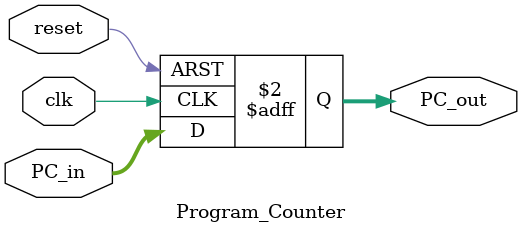
<source format=v>
module Program_Counter(
    input clk,
    input reset,
    input [31:0] PC_in,
    output reg [31:0] PC_out
);
    always @(posedge clk or posedge reset) begin
        if (reset)
            PC_out <= 32'b0;
        else
            PC_out <= PC_in;
    end
endmodule

</source>
